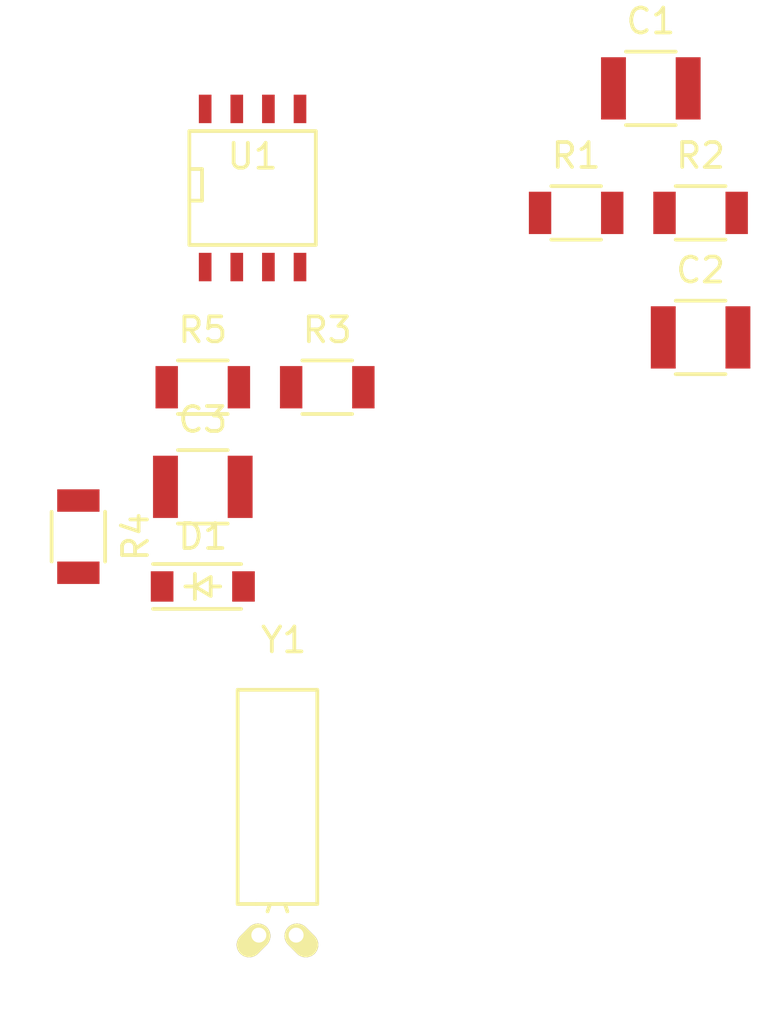
<source format=kicad_pcb>
(kicad_pcb (version 4) (host pcbnew 4.0.2-stable)

  (general
    (links 17)
    (no_connects 17)
    (area 0 0 0 0)
    (thickness 1.6)
    (drawings 0)
    (tracks 0)
    (zones 0)
    (modules 11)
    (nets 9)
  )

  (page A4)
  (layers
    (0 F.Cu signal)
    (31 B.Cu signal)
    (32 B.Adhes user)
    (33 F.Adhes user)
    (34 B.Paste user)
    (35 F.Paste user)
    (36 B.SilkS user)
    (37 F.SilkS user)
    (38 B.Mask user)
    (39 F.Mask user)
    (40 Dwgs.User user)
    (41 Cmts.User user)
    (42 Eco1.User user)
    (43 Eco2.User user)
    (44 Edge.Cuts user)
    (45 Margin user)
    (46 B.CrtYd user)
    (47 F.CrtYd user)
    (48 B.Fab user)
    (49 F.Fab user)
  )

  (setup
    (last_trace_width 0.25)
    (trace_clearance 0.2)
    (zone_clearance 0.508)
    (zone_45_only no)
    (trace_min 0.2)
    (segment_width 0.2)
    (edge_width 0.15)
    (via_size 0.6)
    (via_drill 0.4)
    (via_min_size 0.4)
    (via_min_drill 0.3)
    (uvia_size 0.3)
    (uvia_drill 0.1)
    (uvias_allowed no)
    (uvia_min_size 0.2)
    (uvia_min_drill 0.1)
    (pcb_text_width 0.3)
    (pcb_text_size 1.5 1.5)
    (mod_edge_width 0.15)
    (mod_text_size 1 1)
    (mod_text_width 0.15)
    (pad_size 1.524 1.524)
    (pad_drill 0.762)
    (pad_to_mask_clearance 0.2)
    (aux_axis_origin 0 0)
    (visible_elements FFFFFF7F)
    (pcbplotparams
      (layerselection 0x00030_80000001)
      (usegerberextensions false)
      (excludeedgelayer true)
      (linewidth 0.100000)
      (plotframeref false)
      (viasonmask false)
      (mode 1)
      (useauxorigin false)
      (hpglpennumber 1)
      (hpglpenspeed 20)
      (hpglpendiameter 15)
      (hpglpenoverlay 2)
      (psnegative false)
      (psa4output false)
      (plotreference true)
      (plotvalue true)
      (plotinvisibletext false)
      (padsonsilk false)
      (subtractmaskfromsilk false)
      (outputformat 1)
      (mirror false)
      (drillshape 1)
      (scaleselection 1)
      (outputdirectory ""))
  )

  (net 0 "")
  (net 1 VCC)
  (net 2 GND)
  (net 3 /VGND)
  (net 4 "Net-(C3-Pad1)")
  (net 5 "Net-(C3-Pad2)")
  (net 6 "Net-(D1-Pad1)")
  (net 7 /VGDN)
  (net 8 "Net-(R3-Pad1)")

  (net_class Default "This is the default net class."
    (clearance 0.2)
    (trace_width 0.25)
    (via_dia 0.6)
    (via_drill 0.4)
    (uvia_dia 0.3)
    (uvia_drill 0.1)
    (add_net /VGDN)
    (add_net /VGND)
    (add_net GND)
    (add_net "Net-(C3-Pad1)")
    (add_net "Net-(C3-Pad2)")
    (add_net "Net-(D1-Pad1)")
    (add_net "Net-(R3-Pad1)")
    (add_net VCC)
  )

  (module Capacitors_SMD:C_1210 (layer F.Cu) (tedit 5415D85D) (tstamp 571D66ED)
    (at 155 106)
    (descr "Capacitor SMD 1210, reflow soldering, AVX (see smccp.pdf)")
    (tags "capacitor 1210")
    (path /571D6D41)
    (attr smd)
    (fp_text reference C1 (at 0 -2.7) (layer F.SilkS)
      (effects (font (size 1 1) (thickness 0.15)))
    )
    (fp_text value C (at 0 2.7) (layer F.Fab)
      (effects (font (size 1 1) (thickness 0.15)))
    )
    (fp_line (start -2.3 -1.6) (end 2.3 -1.6) (layer F.CrtYd) (width 0.05))
    (fp_line (start -2.3 1.6) (end 2.3 1.6) (layer F.CrtYd) (width 0.05))
    (fp_line (start -2.3 -1.6) (end -2.3 1.6) (layer F.CrtYd) (width 0.05))
    (fp_line (start 2.3 -1.6) (end 2.3 1.6) (layer F.CrtYd) (width 0.05))
    (fp_line (start 1 -1.475) (end -1 -1.475) (layer F.SilkS) (width 0.15))
    (fp_line (start -1 1.475) (end 1 1.475) (layer F.SilkS) (width 0.15))
    (pad 1 smd rect (at -1.5 0) (size 1 2.5) (layers F.Cu F.Paste F.Mask)
      (net 1 VCC))
    (pad 2 smd rect (at 1.5 0) (size 1 2.5) (layers F.Cu F.Paste F.Mask)
      (net 2 GND))
    (model Capacitors_SMD.3dshapes/C_1210.wrl
      (at (xyz 0 0 0))
      (scale (xyz 1 1 1))
      (rotate (xyz 0 0 0))
    )
  )

  (module Capacitors_SMD:C_1210 (layer F.Cu) (tedit 5415D85D) (tstamp 571D66F3)
    (at 157 116)
    (descr "Capacitor SMD 1210, reflow soldering, AVX (see smccp.pdf)")
    (tags "capacitor 1210")
    (path /571D6C8A)
    (attr smd)
    (fp_text reference C2 (at 0 -2.7) (layer F.SilkS)
      (effects (font (size 1 1) (thickness 0.15)))
    )
    (fp_text value C (at 0 2.7) (layer F.Fab)
      (effects (font (size 1 1) (thickness 0.15)))
    )
    (fp_line (start -2.3 -1.6) (end 2.3 -1.6) (layer F.CrtYd) (width 0.05))
    (fp_line (start -2.3 1.6) (end 2.3 1.6) (layer F.CrtYd) (width 0.05))
    (fp_line (start -2.3 -1.6) (end -2.3 1.6) (layer F.CrtYd) (width 0.05))
    (fp_line (start 2.3 -1.6) (end 2.3 1.6) (layer F.CrtYd) (width 0.05))
    (fp_line (start 1 -1.475) (end -1 -1.475) (layer F.SilkS) (width 0.15))
    (fp_line (start -1 1.475) (end 1 1.475) (layer F.SilkS) (width 0.15))
    (pad 1 smd rect (at -1.5 0) (size 1 2.5) (layers F.Cu F.Paste F.Mask)
      (net 3 /VGND))
    (pad 2 smd rect (at 1.5 0) (size 1 2.5) (layers F.Cu F.Paste F.Mask)
      (net 2 GND))
    (model Capacitors_SMD.3dshapes/C_1210.wrl
      (at (xyz 0 0 0))
      (scale (xyz 1 1 1))
      (rotate (xyz 0 0 0))
    )
  )

  (module Capacitors_SMD:C_1210 (layer F.Cu) (tedit 5415D85D) (tstamp 571D66F9)
    (at 137 122)
    (descr "Capacitor SMD 1210, reflow soldering, AVX (see smccp.pdf)")
    (tags "capacitor 1210")
    (path /571D5F82)
    (attr smd)
    (fp_text reference C3 (at 0 -2.7) (layer F.SilkS)
      (effects (font (size 1 1) (thickness 0.15)))
    )
    (fp_text value C (at 0 2.7) (layer F.Fab)
      (effects (font (size 1 1) (thickness 0.15)))
    )
    (fp_line (start -2.3 -1.6) (end 2.3 -1.6) (layer F.CrtYd) (width 0.05))
    (fp_line (start -2.3 1.6) (end 2.3 1.6) (layer F.CrtYd) (width 0.05))
    (fp_line (start -2.3 -1.6) (end -2.3 1.6) (layer F.CrtYd) (width 0.05))
    (fp_line (start 2.3 -1.6) (end 2.3 1.6) (layer F.CrtYd) (width 0.05))
    (fp_line (start 1 -1.475) (end -1 -1.475) (layer F.SilkS) (width 0.15))
    (fp_line (start -1 1.475) (end 1 1.475) (layer F.SilkS) (width 0.15))
    (pad 1 smd rect (at -1.5 0) (size 1 2.5) (layers F.Cu F.Paste F.Mask)
      (net 4 "Net-(C3-Pad1)"))
    (pad 2 smd rect (at 1.5 0) (size 1 2.5) (layers F.Cu F.Paste F.Mask)
      (net 5 "Net-(C3-Pad2)"))
    (model Capacitors_SMD.3dshapes/C_1210.wrl
      (at (xyz 0 0 0))
      (scale (xyz 1 1 1))
      (rotate (xyz 0 0 0))
    )
  )

  (module Diodes_SMD:SOD-123 (layer F.Cu) (tedit 5530FCB9) (tstamp 571D66FF)
    (at 137 126)
    (descr SOD-123)
    (tags SOD-123)
    (path /571D6E2A)
    (attr smd)
    (fp_text reference D1 (at 0 -2) (layer F.SilkS)
      (effects (font (size 1 1) (thickness 0.15)))
    )
    (fp_text value ZENER (at 0 2.1) (layer F.Fab)
      (effects (font (size 1 1) (thickness 0.15)))
    )
    (fp_line (start 0.3175 0) (end 0.6985 0) (layer F.SilkS) (width 0.15))
    (fp_line (start -0.6985 0) (end -0.3175 0) (layer F.SilkS) (width 0.15))
    (fp_line (start -0.3175 0) (end 0.3175 -0.381) (layer F.SilkS) (width 0.15))
    (fp_line (start 0.3175 -0.381) (end 0.3175 0.381) (layer F.SilkS) (width 0.15))
    (fp_line (start 0.3175 0.381) (end -0.3175 0) (layer F.SilkS) (width 0.15))
    (fp_line (start -0.3175 -0.508) (end -0.3175 0.508) (layer F.SilkS) (width 0.15))
    (fp_line (start -2.25 -1.05) (end 2.25 -1.05) (layer F.CrtYd) (width 0.05))
    (fp_line (start 2.25 -1.05) (end 2.25 1.05) (layer F.CrtYd) (width 0.05))
    (fp_line (start 2.25 1.05) (end -2.25 1.05) (layer F.CrtYd) (width 0.05))
    (fp_line (start -2.25 -1.05) (end -2.25 1.05) (layer F.CrtYd) (width 0.05))
    (fp_line (start -2 0.9) (end 1.54 0.9) (layer F.SilkS) (width 0.15))
    (fp_line (start -2 -0.9) (end 1.54 -0.9) (layer F.SilkS) (width 0.15))
    (pad 1 smd rect (at -1.635 0) (size 0.91 1.22) (layers F.Cu F.Paste F.Mask)
      (net 6 "Net-(D1-Pad1)"))
    (pad 2 smd rect (at 1.635 0) (size 0.91 1.22) (layers F.Cu F.Paste F.Mask)
      (net 7 /VGDN))
  )

  (module Resistors_SMD:R_1206 (layer F.Cu) (tedit 5415CFA7) (tstamp 571D6705)
    (at 152 111)
    (descr "Resistor SMD 1206, reflow soldering, Vishay (see dcrcw.pdf)")
    (tags "resistor 1206")
    (path /571D5EF6)
    (attr smd)
    (fp_text reference R1 (at 0 -2.3) (layer F.SilkS)
      (effects (font (size 1 1) (thickness 0.15)))
    )
    (fp_text value 4.7k (at 0 2.3) (layer F.Fab)
      (effects (font (size 1 1) (thickness 0.15)))
    )
    (fp_line (start -2.2 -1.2) (end 2.2 -1.2) (layer F.CrtYd) (width 0.05))
    (fp_line (start -2.2 1.2) (end 2.2 1.2) (layer F.CrtYd) (width 0.05))
    (fp_line (start -2.2 -1.2) (end -2.2 1.2) (layer F.CrtYd) (width 0.05))
    (fp_line (start 2.2 -1.2) (end 2.2 1.2) (layer F.CrtYd) (width 0.05))
    (fp_line (start 1 1.075) (end -1 1.075) (layer F.SilkS) (width 0.15))
    (fp_line (start -1 -1.075) (end 1 -1.075) (layer F.SilkS) (width 0.15))
    (pad 1 smd rect (at -1.45 0) (size 0.9 1.7) (layers F.Cu F.Paste F.Mask)
      (net 1 VCC))
    (pad 2 smd rect (at 1.45 0) (size 0.9 1.7) (layers F.Cu F.Paste F.Mask)
      (net 3 /VGND))
    (model Resistors_SMD.3dshapes/R_1206.wrl
      (at (xyz 0 0 0))
      (scale (xyz 1 1 1))
      (rotate (xyz 0 0 0))
    )
  )

  (module Resistors_SMD:R_1206 (layer F.Cu) (tedit 5415CFA7) (tstamp 571D670B)
    (at 157 111)
    (descr "Resistor SMD 1206, reflow soldering, Vishay (see dcrcw.pdf)")
    (tags "resistor 1206")
    (path /571D6074)
    (attr smd)
    (fp_text reference R2 (at 0 -2.3) (layer F.SilkS)
      (effects (font (size 1 1) (thickness 0.15)))
    )
    (fp_text value 4.7k (at 0 2.3) (layer F.Fab)
      (effects (font (size 1 1) (thickness 0.15)))
    )
    (fp_line (start -2.2 -1.2) (end 2.2 -1.2) (layer F.CrtYd) (width 0.05))
    (fp_line (start -2.2 1.2) (end 2.2 1.2) (layer F.CrtYd) (width 0.05))
    (fp_line (start -2.2 -1.2) (end -2.2 1.2) (layer F.CrtYd) (width 0.05))
    (fp_line (start 2.2 -1.2) (end 2.2 1.2) (layer F.CrtYd) (width 0.05))
    (fp_line (start 1 1.075) (end -1 1.075) (layer F.SilkS) (width 0.15))
    (fp_line (start -1 -1.075) (end 1 -1.075) (layer F.SilkS) (width 0.15))
    (pad 1 smd rect (at -1.45 0) (size 0.9 1.7) (layers F.Cu F.Paste F.Mask)
      (net 3 /VGND))
    (pad 2 smd rect (at 1.45 0) (size 0.9 1.7) (layers F.Cu F.Paste F.Mask)
      (net 2 GND))
    (model Resistors_SMD.3dshapes/R_1206.wrl
      (at (xyz 0 0 0))
      (scale (xyz 1 1 1))
      (rotate (xyz 0 0 0))
    )
  )

  (module Resistors_SMD:R_1206 (layer F.Cu) (tedit 5415CFA7) (tstamp 571D6711)
    (at 142 118)
    (descr "Resistor SMD 1206, reflow soldering, Vishay (see dcrcw.pdf)")
    (tags "resistor 1206")
    (path /571D6A7A)
    (attr smd)
    (fp_text reference R3 (at 0 -2.3) (layer F.SilkS)
      (effects (font (size 1 1) (thickness 0.15)))
    )
    (fp_text value 10k (at 0 2.3) (layer F.Fab)
      (effects (font (size 1 1) (thickness 0.15)))
    )
    (fp_line (start -2.2 -1.2) (end 2.2 -1.2) (layer F.CrtYd) (width 0.05))
    (fp_line (start -2.2 1.2) (end 2.2 1.2) (layer F.CrtYd) (width 0.05))
    (fp_line (start -2.2 -1.2) (end -2.2 1.2) (layer F.CrtYd) (width 0.05))
    (fp_line (start 2.2 -1.2) (end 2.2 1.2) (layer F.CrtYd) (width 0.05))
    (fp_line (start 1 1.075) (end -1 1.075) (layer F.SilkS) (width 0.15))
    (fp_line (start -1 -1.075) (end 1 -1.075) (layer F.SilkS) (width 0.15))
    (pad 1 smd rect (at -1.45 0) (size 0.9 1.7) (layers F.Cu F.Paste F.Mask)
      (net 8 "Net-(R3-Pad1)"))
    (pad 2 smd rect (at 1.45 0) (size 0.9 1.7) (layers F.Cu F.Paste F.Mask)
      (net 7 /VGDN))
    (model Resistors_SMD.3dshapes/R_1206.wrl
      (at (xyz 0 0 0))
      (scale (xyz 1 1 1))
      (rotate (xyz 0 0 0))
    )
  )

  (module Resistors_SMD:R_1206 (layer F.Cu) (tedit 5415CFA7) (tstamp 571D6717)
    (at 132 124 270)
    (descr "Resistor SMD 1206, reflow soldering, Vishay (see dcrcw.pdf)")
    (tags "resistor 1206")
    (path /571D5E75)
    (attr smd)
    (fp_text reference R4 (at 0 -2.3 270) (layer F.SilkS)
      (effects (font (size 1 1) (thickness 0.15)))
    )
    (fp_text value 4.7k (at 0 2.3 270) (layer F.Fab)
      (effects (font (size 1 1) (thickness 0.15)))
    )
    (fp_line (start -2.2 -1.2) (end 2.2 -1.2) (layer F.CrtYd) (width 0.05))
    (fp_line (start -2.2 1.2) (end 2.2 1.2) (layer F.CrtYd) (width 0.05))
    (fp_line (start -2.2 -1.2) (end -2.2 1.2) (layer F.CrtYd) (width 0.05))
    (fp_line (start 2.2 -1.2) (end 2.2 1.2) (layer F.CrtYd) (width 0.05))
    (fp_line (start 1 1.075) (end -1 1.075) (layer F.SilkS) (width 0.15))
    (fp_line (start -1 -1.075) (end 1 -1.075) (layer F.SilkS) (width 0.15))
    (pad 1 smd rect (at -1.45 0 270) (size 0.9 1.7) (layers F.Cu F.Paste F.Mask)
      (net 5 "Net-(C3-Pad2)"))
    (pad 2 smd rect (at 1.45 0 270) (size 0.9 1.7) (layers F.Cu F.Paste F.Mask)
      (net 6 "Net-(D1-Pad1)"))
    (model Resistors_SMD.3dshapes/R_1206.wrl
      (at (xyz 0 0 0))
      (scale (xyz 1 1 1))
      (rotate (xyz 0 0 0))
    )
  )

  (module Resistors_SMD:R_1206 (layer F.Cu) (tedit 5415CFA7) (tstamp 571D671D)
    (at 137 118)
    (descr "Resistor SMD 1206, reflow soldering, Vishay (see dcrcw.pdf)")
    (tags "resistor 1206")
    (path /571D5F27)
    (attr smd)
    (fp_text reference R5 (at 0 -2.3) (layer F.SilkS)
      (effects (font (size 1 1) (thickness 0.15)))
    )
    (fp_text value 47k (at 0 2.3) (layer F.Fab)
      (effects (font (size 1 1) (thickness 0.15)))
    )
    (fp_line (start -2.2 -1.2) (end 2.2 -1.2) (layer F.CrtYd) (width 0.05))
    (fp_line (start -2.2 1.2) (end 2.2 1.2) (layer F.CrtYd) (width 0.05))
    (fp_line (start -2.2 -1.2) (end -2.2 1.2) (layer F.CrtYd) (width 0.05))
    (fp_line (start 2.2 -1.2) (end 2.2 1.2) (layer F.CrtYd) (width 0.05))
    (fp_line (start 1 1.075) (end -1 1.075) (layer F.SilkS) (width 0.15))
    (fp_line (start -1 -1.075) (end 1 -1.075) (layer F.SilkS) (width 0.15))
    (pad 1 smd rect (at -1.45 0) (size 0.9 1.7) (layers F.Cu F.Paste F.Mask)
      (net 4 "Net-(C3-Pad1)"))
    (pad 2 smd rect (at 1.45 0) (size 0.9 1.7) (layers F.Cu F.Paste F.Mask)
      (net 5 "Net-(C3-Pad2)"))
    (model Resistors_SMD.3dshapes/R_1206.wrl
      (at (xyz 0 0 0))
      (scale (xyz 1 1 1))
      (rotate (xyz 0 0 0))
    )
  )

  (module SMD_Packages:SOIC-8-N (layer F.Cu) (tedit 0) (tstamp 571D6729)
    (at 139 110)
    (descr "Module Narrow CMS SOJ 8 pins large")
    (tags "CMS SOJ")
    (path /571D5E57)
    (attr smd)
    (fp_text reference U1 (at 0 -1.27) (layer F.SilkS)
      (effects (font (size 1 1) (thickness 0.15)))
    )
    (fp_text value TL072 (at 0 1.27) (layer F.Fab)
      (effects (font (size 1 1) (thickness 0.15)))
    )
    (fp_line (start -2.54 -2.286) (end 2.54 -2.286) (layer F.SilkS) (width 0.15))
    (fp_line (start 2.54 -2.286) (end 2.54 2.286) (layer F.SilkS) (width 0.15))
    (fp_line (start 2.54 2.286) (end -2.54 2.286) (layer F.SilkS) (width 0.15))
    (fp_line (start -2.54 2.286) (end -2.54 -2.286) (layer F.SilkS) (width 0.15))
    (fp_line (start -2.54 -0.762) (end -2.032 -0.762) (layer F.SilkS) (width 0.15))
    (fp_line (start -2.032 -0.762) (end -2.032 0.508) (layer F.SilkS) (width 0.15))
    (fp_line (start -2.032 0.508) (end -2.54 0.508) (layer F.SilkS) (width 0.15))
    (pad 8 smd rect (at -1.905 -3.175) (size 0.508 1.143) (layers F.Cu F.Paste F.Mask)
      (net 1 VCC))
    (pad 7 smd rect (at -0.635 -3.175) (size 0.508 1.143) (layers F.Cu F.Paste F.Mask))
    (pad 6 smd rect (at 0.635 -3.175) (size 0.508 1.143) (layers F.Cu F.Paste F.Mask))
    (pad 5 smd rect (at 1.905 -3.175) (size 0.508 1.143) (layers F.Cu F.Paste F.Mask))
    (pad 4 smd rect (at 1.905 3.175) (size 0.508 1.143) (layers F.Cu F.Paste F.Mask)
      (net 2 GND))
    (pad 3 smd rect (at 0.635 3.175) (size 0.508 1.143) (layers F.Cu F.Paste F.Mask)
      (net 8 "Net-(R3-Pad1)"))
    (pad 2 smd rect (at -0.635 3.175) (size 0.508 1.143) (layers F.Cu F.Paste F.Mask)
      (net 5 "Net-(C3-Pad2)"))
    (pad 1 smd rect (at -1.905 3.175) (size 0.508 1.143) (layers F.Cu F.Paste F.Mask)
      (net 4 "Net-(C3-Pad1)"))
    (model SMD_Packages.3dshapes/SOIC-8-N.wrl
      (at (xyz 0 0 0))
      (scale (xyz 0.5 0.38 0.5))
      (rotate (xyz 0 0 0))
    )
  )

  (module Crystals:Crystal_Round_Horizontal_3mm_BigPad (layer F.Cu) (tedit 0) (tstamp 571D672F)
    (at 140 140)
    (descr "Crystal, Quarz, Rundgehaeuse, round, horizontal, liegend, Uhrenquarz, Diam. 3mm, big pad,")
    (tags "Crystal Quarz Rundgehaeuse round horizontal liegend Uhrenquarz Diam. 3mm big pad")
    (path /571D68E5)
    (fp_text reference Y1 (at 0.24892 -11.8491) (layer F.SilkS)
      (effects (font (size 1 1) (thickness 0.15)))
    )
    (fp_text value Quarz (at -0.24892 2.75082) (layer F.Fab)
      (effects (font (size 1 1) (thickness 0.15)))
    )
    (fp_line (start 1.6002 -1.24968) (end 1.6002 -9.85012) (layer F.SilkS) (width 0.15))
    (fp_line (start 1.6002 -9.85012) (end -1.6002 -9.85012) (layer F.SilkS) (width 0.15))
    (fp_line (start -1.6002 -9.85012) (end -1.6002 -1.24968) (layer F.SilkS) (width 0.15))
    (fp_line (start -0.8509 -1.24968) (end -1.6002 -1.24968) (layer F.SilkS) (width 0.15))
    (fp_line (start 0.89916 -1.24968) (end 1.6002 -1.24968) (layer F.SilkS) (width 0.15))
    (fp_line (start -0.29972 -1.24968) (end -0.39878 -0.94996) (layer F.SilkS) (width 0.15))
    (fp_line (start 0.29972 -1.24968) (end 0.39878 -0.94996) (layer F.SilkS) (width 0.15))
    (fp_line (start 0.89916 -1.24968) (end -0.89916 -1.24968) (layer F.SilkS) (width 0.15))
    (pad 1 thru_hole oval (at -0.7493 0 45) (size 1.50114 1.00076) (drill 0.59944 (offset -0.29972 0)) (layers *.Cu *.Mask F.SilkS)
      (net 6 "Net-(D1-Pad1)"))
    (pad 2 thru_hole oval (at 0.7493 0 315) (size 1.50114 1.00076) (drill 0.59944 (offset 0.29972 0)) (layers *.Cu *.Mask F.SilkS)
      (net 7 /VGDN))
  )

)

</source>
